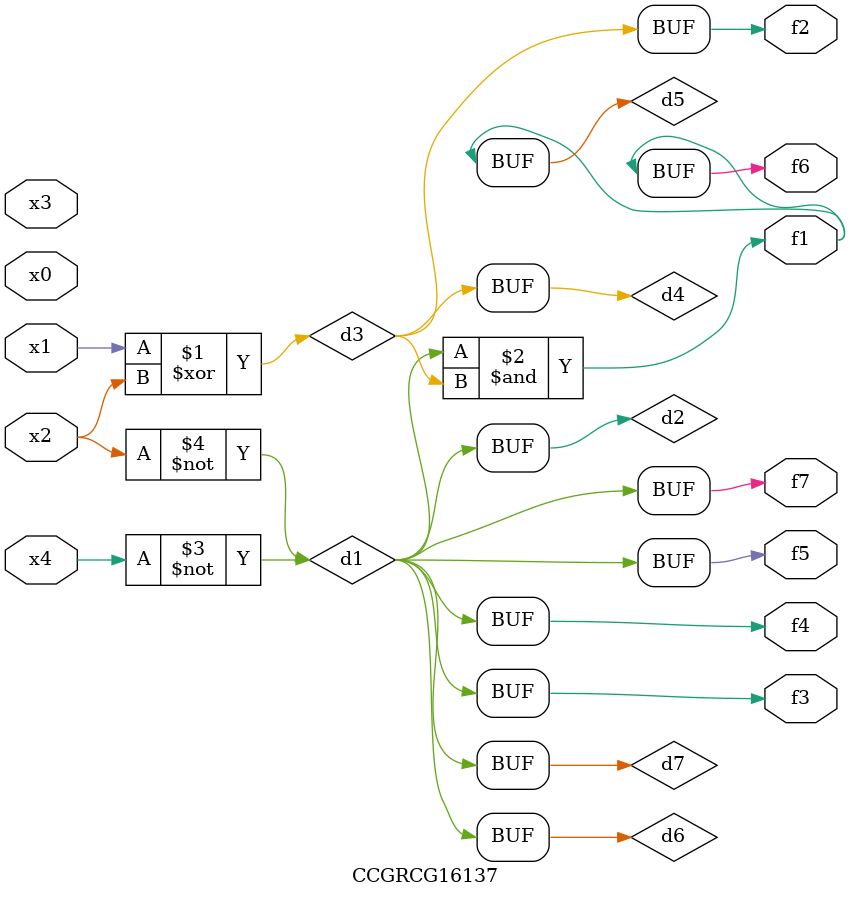
<source format=v>
module CCGRCG16137(
	input x0, x1, x2, x3, x4,
	output f1, f2, f3, f4, f5, f6, f7
);

	wire d1, d2, d3, d4, d5, d6, d7;

	not (d1, x4);
	not (d2, x2);
	xor (d3, x1, x2);
	buf (d4, d3);
	and (d5, d1, d3);
	buf (d6, d1, d2);
	buf (d7, d2);
	assign f1 = d5;
	assign f2 = d4;
	assign f3 = d7;
	assign f4 = d7;
	assign f5 = d7;
	assign f6 = d5;
	assign f7 = d7;
endmodule

</source>
